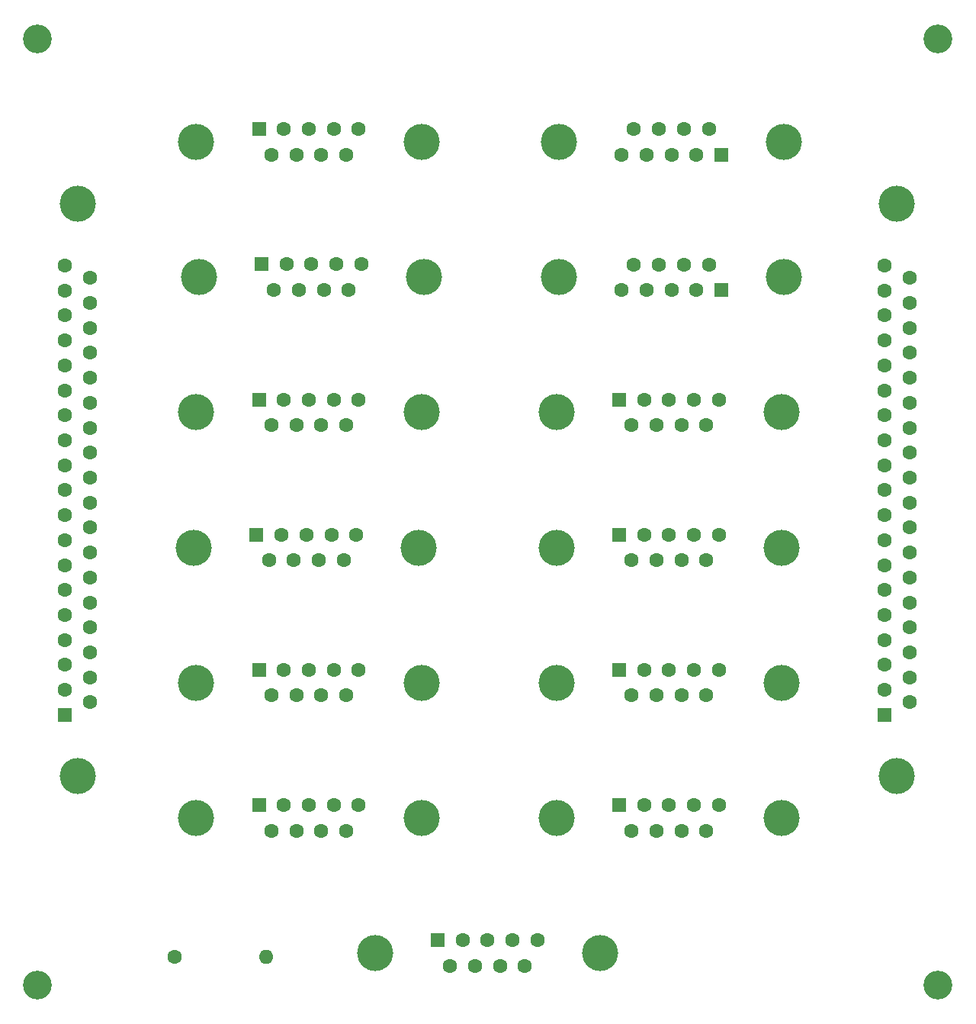
<source format=gbr>
%TF.GenerationSoftware,KiCad,Pcbnew,7.0.9*%
%TF.CreationDate,2024-01-18T11:01:42-08:00*%
%TF.ProjectId,Interconnect Board,496e7465-7263-46f6-9e6e-65637420426f,v1.4*%
%TF.SameCoordinates,Original*%
%TF.FileFunction,Soldermask,Top*%
%TF.FilePolarity,Negative*%
%FSLAX46Y46*%
G04 Gerber Fmt 4.6, Leading zero omitted, Abs format (unit mm)*
G04 Created by KiCad (PCBNEW 7.0.9) date 2024-01-18 11:01:42*
%MOMM*%
%LPD*%
G01*
G04 APERTURE LIST*
%ADD10C,1.600000*%
%ADD11O,1.600000X1.600000*%
%ADD12C,4.000000*%
%ADD13R,1.600000X1.600000*%
%ADD14C,3.200000*%
G04 APERTURE END LIST*
D10*
%TO.C,R1*%
X132220100Y-118509100D03*
D11*
X142380100Y-118509100D03*
%TD*%
D12*
%TO.C,Power_Input_1*%
X154464100Y-118069100D03*
X179464100Y-118069100D03*
D13*
X161424100Y-116649100D03*
D10*
X164194100Y-116649100D03*
X166964100Y-116649100D03*
X169734100Y-116649100D03*
X172504100Y-116649100D03*
X162809100Y-119489100D03*
X165579100Y-119489100D03*
X168349100Y-119489100D03*
X171119100Y-119489100D03*
%TD*%
D12*
%TO.C,AP_Roll_SV_Net_2*%
X199892100Y-28085100D03*
X174892100Y-28085100D03*
D13*
X192932100Y-29505100D03*
D10*
X190162100Y-29505100D03*
X187392100Y-29505100D03*
X184622100Y-29505100D03*
X181852100Y-29505100D03*
X191547100Y-26665100D03*
X188777100Y-26665100D03*
X186007100Y-26665100D03*
X183237100Y-26665100D03*
%TD*%
D14*
%TO.C,MountingHole_3*%
X217018100Y-121637100D03*
%TD*%
D12*
%TO.C,XPNDR_Serial_2*%
X134361100Y-73069100D03*
X159361100Y-73069100D03*
D13*
X141321100Y-71649100D03*
D10*
X144091100Y-71649100D03*
X146861100Y-71649100D03*
X149631100Y-71649100D03*
X152401100Y-71649100D03*
X142706100Y-74489100D03*
X145476100Y-74489100D03*
X148246100Y-74489100D03*
X151016100Y-74489100D03*
%TD*%
D14*
%TO.C,MountingHole_1*%
X117018100Y-16637100D03*
%TD*%
D12*
%TO.C,SkyView_2*%
X174622000Y-73069100D03*
X199622000Y-73069100D03*
D13*
X181582000Y-71649100D03*
D10*
X184352000Y-71649100D03*
X187122000Y-71649100D03*
X189892000Y-71649100D03*
X192662000Y-71649100D03*
X182967000Y-74489100D03*
X185737000Y-74489100D03*
X188507000Y-74489100D03*
X191277000Y-74489100D03*
%TD*%
D12*
%TO.C,AP_Pitch_SV_Net_1*%
X199892100Y-43085200D03*
X174892100Y-43085200D03*
D13*
X192932100Y-44505200D03*
D10*
X190162100Y-44505200D03*
X187392100Y-44505200D03*
X184622100Y-44505200D03*
X181852100Y-44505200D03*
X191547100Y-41665200D03*
X188777100Y-41665200D03*
X186007100Y-41665200D03*
X183237100Y-41665200D03*
%TD*%
D12*
%TO.C,Dimmer_&_Audio_Output_1*%
X174622000Y-103069100D03*
X199622000Y-103069100D03*
D13*
X181582000Y-101649100D03*
D10*
X184352000Y-101649100D03*
X187122000Y-101649100D03*
X189892000Y-101649100D03*
X192662000Y-101649100D03*
X182967000Y-104489100D03*
X185737000Y-104489100D03*
X188507000Y-104489100D03*
X191277000Y-104489100D03*
%TD*%
D14*
%TO.C,MountingHole_4*%
X217018100Y-16637100D03*
%TD*%
D12*
%TO.C,MFD_Main_2*%
X212438100Y-98457100D03*
X212438100Y-34957100D03*
D13*
X211018100Y-91637100D03*
D10*
X211018100Y-88867100D03*
X211018100Y-86097100D03*
X211018100Y-83327100D03*
X211018100Y-80557100D03*
X211018100Y-77787100D03*
X211018100Y-75017100D03*
X211018100Y-72247100D03*
X211018100Y-69477100D03*
X211018100Y-66707100D03*
X211018100Y-63937100D03*
X211018100Y-61167100D03*
X211018100Y-58397100D03*
X211018100Y-55627100D03*
X211018100Y-52857100D03*
X211018100Y-50087100D03*
X211018100Y-47317100D03*
X211018100Y-44547100D03*
X211018100Y-41777100D03*
X213858100Y-90252100D03*
X213858100Y-87482100D03*
X213858100Y-84712100D03*
X213858100Y-81942100D03*
X213858100Y-79172100D03*
X213858100Y-76402100D03*
X213858100Y-73632100D03*
X213858100Y-70862100D03*
X213858100Y-68092100D03*
X213858100Y-65322100D03*
X213858100Y-62552100D03*
X213858100Y-59782100D03*
X213858100Y-57012100D03*
X213858100Y-54242100D03*
X213858100Y-51472100D03*
X213858100Y-48702100D03*
X213858100Y-45932100D03*
X213858100Y-43162100D03*
%TD*%
D12*
%TO.C,PFD_Main_1*%
X121438100Y-98457100D03*
X121438100Y-34957100D03*
D13*
X120018100Y-91637100D03*
D10*
X120018100Y-88867100D03*
X120018100Y-86097100D03*
X120018100Y-83327100D03*
X120018100Y-80557100D03*
X120018100Y-77787100D03*
X120018100Y-75017100D03*
X120018100Y-72247100D03*
X120018100Y-69477100D03*
X120018100Y-66707100D03*
X120018100Y-63937100D03*
X120018100Y-61167100D03*
X120018100Y-58397100D03*
X120018100Y-55627100D03*
X120018100Y-52857100D03*
X120018100Y-50087100D03*
X120018100Y-47317100D03*
X120018100Y-44547100D03*
X120018100Y-41777100D03*
X122858100Y-90252100D03*
X122858100Y-87482100D03*
X122858100Y-84712100D03*
X122858100Y-81942100D03*
X122858100Y-79172100D03*
X122858100Y-76402100D03*
X122858100Y-73632100D03*
X122858100Y-70862100D03*
X122858100Y-68092100D03*
X122858100Y-65322100D03*
X122858100Y-62552100D03*
X122858100Y-59782100D03*
X122858100Y-57012100D03*
X122858100Y-54242100D03*
X122858100Y-51472100D03*
X122858100Y-48702100D03*
X122858100Y-45932100D03*
X122858100Y-43162100D03*
%TD*%
D12*
%TO.C,SkyView_3*%
X174622000Y-88069100D03*
X199622000Y-88069100D03*
D13*
X181582000Y-86649100D03*
D10*
X184352000Y-86649100D03*
X187122000Y-86649100D03*
X189892000Y-86649100D03*
X192662000Y-86649100D03*
X182967000Y-89489100D03*
X185737000Y-89489100D03*
X188507000Y-89489100D03*
X191277000Y-89489100D03*
%TD*%
D12*
%TO.C,ADSB_Serial_1*%
X134622000Y-88069100D03*
X159622000Y-88069100D03*
D13*
X141582000Y-86649100D03*
D10*
X144352000Y-86649100D03*
X147122000Y-86649100D03*
X149892000Y-86649100D03*
X152662000Y-86649100D03*
X142967000Y-89489100D03*
X145737000Y-89489100D03*
X148507000Y-89489100D03*
X151277000Y-89489100D03*
%TD*%
D14*
%TO.C,MountingHole_2*%
X117018100Y-121637100D03*
%TD*%
D12*
%TO.C,ELT_Serial_4*%
X134906100Y-43069100D03*
X159906100Y-43069100D03*
D13*
X141866100Y-41649100D03*
D10*
X144636100Y-41649100D03*
X147406100Y-41649100D03*
X150176100Y-41649100D03*
X152946100Y-41649100D03*
X143251100Y-44489100D03*
X146021100Y-44489100D03*
X148791100Y-44489100D03*
X151561100Y-44489100D03*
%TD*%
D12*
%TO.C,GPS_Serial_5*%
X134622000Y-28069100D03*
X159622000Y-28069100D03*
D13*
X141582000Y-26649100D03*
D10*
X144352000Y-26649100D03*
X147122000Y-26649100D03*
X149892000Y-26649100D03*
X152662000Y-26649100D03*
X142967000Y-29489100D03*
X145737000Y-29489100D03*
X148507000Y-29489100D03*
X151277000Y-29489100D03*
%TD*%
D12*
%TO.C,Ident_&_Dimmer_Input_1*%
X134622000Y-103069100D03*
X159622000Y-103069100D03*
D13*
X141582000Y-101649100D03*
D10*
X144352000Y-101649100D03*
X147122000Y-101649100D03*
X149892000Y-101649100D03*
X152662000Y-101649100D03*
X142967000Y-104489100D03*
X145737000Y-104489100D03*
X148507000Y-104489100D03*
X151277000Y-104489100D03*
%TD*%
D12*
%TO.C,SkyView_1*%
X174622000Y-58069100D03*
X199622000Y-58069100D03*
D13*
X181582000Y-56649100D03*
D10*
X184352000Y-56649100D03*
X187122000Y-56649100D03*
X189892000Y-56649100D03*
X192662000Y-56649100D03*
X182967000Y-59489100D03*
X185737000Y-59489100D03*
X188507000Y-59489100D03*
X191277000Y-59489100D03*
%TD*%
D12*
%TO.C,VPX_Serial_3*%
X134622000Y-58069100D03*
X159622000Y-58069100D03*
D13*
X141582000Y-56649100D03*
D10*
X144352000Y-56649100D03*
X147122000Y-56649100D03*
X149892000Y-56649100D03*
X152662000Y-56649100D03*
X142967000Y-59489100D03*
X145737000Y-59489100D03*
X148507000Y-59489100D03*
X151277000Y-59489100D03*
%TD*%
M02*

</source>
